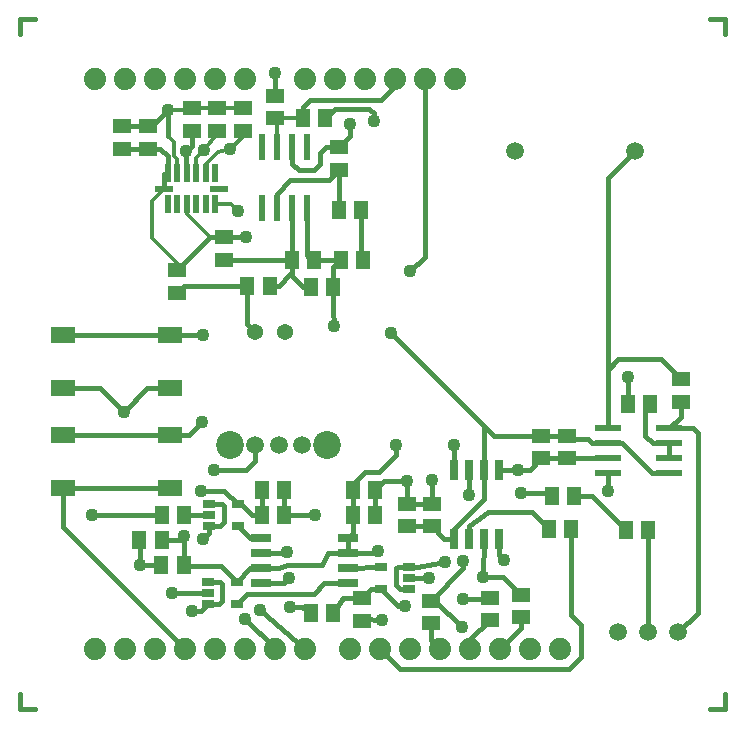
<source format=gtl>
G75*
G70*
%OFA0B0*%
%FSLAX25Y25*%
%IPPOS*%
%LPD*%
%AMOC8*
5,1,8,0,0,1.08239X$1,22.5*
%
%ADD10R,0.05118X0.05906*%
%ADD11R,0.05906X0.05118*%
%ADD12R,0.02362X0.08661*%
%ADD13C,0.07400*%
%ADD14R,0.02362X0.05906*%
%ADD15R,0.05906X0.02362*%
%ADD16R,0.03000X0.06500*%
%ADD17R,0.08661X0.02362*%
%ADD18R,0.06693X0.02559*%
%ADD19R,0.03937X0.02756*%
%ADD20C,0.05900*%
%ADD21C,0.05400*%
%ADD22R,0.08268X0.05512*%
%ADD23C,0.09300*%
%ADD24C,0.01600*%
%ADD25C,0.04362*%
%ADD26C,0.01200*%
D10*
X0068830Y0050014D03*
X0076310Y0050014D03*
X0068910Y0058214D03*
X0061430Y0058214D03*
X0068930Y0066514D03*
X0076410Y0066514D03*
X0102230Y0066614D03*
X0109710Y0066614D03*
X0109710Y0074814D03*
X0102230Y0074814D03*
X0132630Y0074814D03*
X0140110Y0074814D03*
X0140110Y0066414D03*
X0132630Y0066414D03*
X0126110Y0033814D03*
X0118630Y0033814D03*
X0198030Y0062014D03*
X0205510Y0062014D03*
X0206410Y0072814D03*
X0198930Y0072814D03*
X0223630Y0061714D03*
X0231110Y0061714D03*
X0231860Y0103514D03*
X0224380Y0103514D03*
X0136110Y0151614D03*
X0128630Y0151614D03*
X0119760Y0151614D03*
X0112280Y0151614D03*
X0118730Y0142714D03*
X0126210Y0142714D03*
X0105010Y0143014D03*
X0097530Y0143014D03*
X0127930Y0168314D03*
X0135410Y0168314D03*
X0123510Y0198814D03*
X0116030Y0198814D03*
D11*
X0106770Y0198874D03*
X0106770Y0206354D03*
X0095970Y0202154D03*
X0095970Y0194674D03*
X0087370Y0194674D03*
X0078970Y0194674D03*
X0078970Y0202154D03*
X0087370Y0202154D03*
X0064370Y0196154D03*
X0055770Y0196154D03*
X0055770Y0188674D03*
X0064370Y0188674D03*
X0089570Y0159104D03*
X0089570Y0151624D03*
X0073920Y0148104D03*
X0073920Y0140624D03*
X0128020Y0181624D03*
X0128020Y0189104D03*
X0241920Y0111854D03*
X0241920Y0104374D03*
X0203970Y0092954D03*
X0195520Y0092904D03*
X0195520Y0085424D03*
X0203970Y0085474D03*
X0158970Y0070354D03*
X0150570Y0070354D03*
X0150570Y0062874D03*
X0158970Y0062874D03*
X0188870Y0039954D03*
X0188870Y0032474D03*
X0178270Y0031574D03*
X0178270Y0039054D03*
X0158670Y0037954D03*
X0158670Y0030474D03*
X0135570Y0031274D03*
X0135570Y0038754D03*
D12*
X0117370Y0168728D03*
X0112370Y0168728D03*
X0107370Y0168728D03*
X0102370Y0168728D03*
X0102370Y0189200D03*
X0107370Y0189200D03*
X0112370Y0189200D03*
X0117370Y0189200D03*
D13*
X0116770Y0211814D03*
X0126770Y0211814D03*
X0136770Y0211814D03*
X0146770Y0211814D03*
X0156770Y0211814D03*
X0166770Y0211814D03*
X0096770Y0211814D03*
X0086770Y0211814D03*
X0076770Y0211814D03*
X0066770Y0211814D03*
X0056770Y0211814D03*
X0046770Y0211814D03*
X0046770Y0021814D03*
X0056770Y0021814D03*
X0066770Y0021814D03*
X0076770Y0021814D03*
X0086770Y0021814D03*
X0096770Y0021814D03*
X0106770Y0021814D03*
X0116770Y0021814D03*
X0131770Y0021814D03*
X0141770Y0021814D03*
X0151770Y0021814D03*
X0161770Y0021814D03*
X0171770Y0021814D03*
X0181770Y0021814D03*
X0191770Y0021814D03*
X0201770Y0021814D03*
D14*
X0086744Y0170196D03*
X0083594Y0170196D03*
X0080445Y0170196D03*
X0077295Y0170196D03*
X0074146Y0170196D03*
X0070996Y0170196D03*
X0070996Y0180432D03*
X0074146Y0180432D03*
X0077295Y0180432D03*
X0080445Y0180432D03*
X0083594Y0180432D03*
X0086744Y0180432D03*
D15*
X0087925Y0175314D03*
X0069815Y0175314D03*
D16*
X0166370Y0081664D03*
X0171370Y0081664D03*
X0176370Y0081664D03*
X0181370Y0081664D03*
X0181370Y0058664D03*
X0176370Y0058664D03*
X0171370Y0058664D03*
X0166370Y0058664D03*
D17*
X0217634Y0080514D03*
X0217634Y0085514D03*
X0217634Y0090514D03*
X0217634Y0095514D03*
X0238106Y0095514D03*
X0238106Y0090514D03*
X0238106Y0085514D03*
X0238106Y0080514D03*
D18*
X0130890Y0058764D03*
X0130890Y0053764D03*
X0130890Y0048764D03*
X0130890Y0043764D03*
X0102150Y0043764D03*
X0102150Y0048764D03*
X0102150Y0053764D03*
X0102150Y0058764D03*
D19*
X0094294Y0062774D03*
X0084846Y0062774D03*
X0084846Y0066514D03*
X0084846Y0070254D03*
X0094294Y0070254D03*
X0093894Y0044354D03*
X0084446Y0044354D03*
X0084446Y0040614D03*
X0084446Y0036874D03*
X0093894Y0036874D03*
X0142046Y0041874D03*
X0151494Y0041874D03*
X0151494Y0045614D03*
X0151494Y0049354D03*
X0142046Y0049354D03*
D20*
X0115870Y0090014D03*
X0107970Y0090014D03*
X0100070Y0090014D03*
X0221170Y0027414D03*
X0231170Y0027414D03*
X0241170Y0027414D03*
X0226670Y0187914D03*
X0186670Y0187914D03*
D21*
X0110070Y0127666D03*
X0100070Y0127666D03*
D22*
X0071783Y0126672D03*
X0071783Y0108956D03*
X0071883Y0093272D03*
X0071883Y0075556D03*
X0036057Y0075556D03*
X0036057Y0093272D03*
X0035957Y0108956D03*
X0035957Y0126672D03*
D23*
X0091770Y0090014D03*
X0124170Y0090014D03*
D24*
X0026770Y0001814D02*
X0021770Y0001814D01*
X0021770Y0006814D01*
X0072270Y0040614D02*
X0084446Y0040614D01*
X0084446Y0044354D02*
X0088330Y0044354D01*
X0089170Y0043514D01*
X0089170Y0037914D01*
X0088130Y0036874D01*
X0084446Y0036874D01*
X0082186Y0034614D01*
X0078970Y0034614D01*
X0093894Y0036874D02*
X0097335Y0040314D01*
X0119670Y0040314D01*
X0123120Y0043764D01*
X0130890Y0043764D01*
X0130890Y0048764D02*
X0142036Y0049364D01*
X0142046Y0049354D01*
X0140520Y0053764D02*
X0130890Y0053764D01*
X0124220Y0053764D01*
X0122370Y0049814D01*
X0110970Y0049814D01*
X0107820Y0048764D01*
X0102150Y0048764D01*
X0098304Y0048764D01*
X0093894Y0044354D01*
X0088635Y0049614D01*
X0076710Y0049614D01*
X0076310Y0050014D01*
X0076270Y0050054D01*
X0076270Y0059414D01*
X0075070Y0058214D01*
X0068910Y0058214D01*
X0076270Y0059414D02*
X0076327Y0059357D01*
X0082570Y0058414D02*
X0084846Y0060690D01*
X0084846Y0062774D01*
X0088330Y0062774D01*
X0089770Y0064214D01*
X0089770Y0069414D01*
X0088970Y0070214D01*
X0084886Y0070214D01*
X0084846Y0070254D01*
X0082070Y0074714D02*
X0089835Y0074714D01*
X0094294Y0070254D01*
X0094854Y0070814D01*
X0099054Y0066614D01*
X0102230Y0066614D01*
X0102230Y0074814D01*
X0109710Y0074814D02*
X0109710Y0066614D01*
X0120170Y0066614D01*
X0132356Y0066141D02*
X0132630Y0066414D01*
X0132630Y0060504D01*
X0130890Y0058764D01*
X0130890Y0053764D01*
X0140520Y0053764D02*
X0141170Y0054414D01*
X0147070Y0048814D02*
X0147610Y0049354D01*
X0151494Y0049354D01*
X0153910Y0049354D01*
X0163370Y0050814D01*
X0169470Y0051114D02*
X0169470Y0048754D01*
X0158670Y0037954D01*
X0160130Y0037954D01*
X0168970Y0029114D01*
X0171770Y0025074D02*
X0171770Y0021814D01*
X0171770Y0025074D02*
X0178270Y0031574D01*
X0177930Y0038714D02*
X0169470Y0038714D01*
X0177930Y0038714D02*
X0178270Y0039054D01*
X0176170Y0046014D02*
X0182810Y0046014D01*
X0188870Y0039954D01*
X0188870Y0032474D02*
X0188870Y0028914D01*
X0181770Y0021814D01*
X0161770Y0021814D02*
X0158670Y0024914D01*
X0158670Y0030474D01*
X0149970Y0036314D02*
X0147606Y0036314D01*
X0142046Y0041874D01*
X0138690Y0041874D01*
X0135570Y0038754D01*
X0129250Y0038754D01*
X0126110Y0033814D01*
X0118630Y0033814D02*
X0115630Y0035914D01*
X0111570Y0035914D01*
X0109820Y0043764D02*
X0102150Y0043764D01*
X0109820Y0043764D02*
X0111470Y0045414D01*
X0110220Y0053764D02*
X0102150Y0053764D01*
X0102150Y0058764D02*
X0098304Y0058764D01*
X0094294Y0062774D01*
X0084846Y0066514D02*
X0076410Y0066514D01*
X0068930Y0066514D02*
X0045670Y0066514D01*
X0036057Y0062528D02*
X0036057Y0075556D01*
X0071883Y0075556D01*
X0086470Y0081614D02*
X0097170Y0081614D01*
X0099970Y0084414D01*
X0099970Y0089888D01*
X0100070Y0090014D01*
X0082270Y0097514D02*
X0078028Y0093272D01*
X0071883Y0093272D01*
X0036057Y0093272D01*
X0048328Y0108956D02*
X0056270Y0101014D01*
X0064212Y0108956D01*
X0071783Y0108956D01*
X0071783Y0126672D02*
X0082728Y0126672D01*
X0082770Y0126714D01*
X0071783Y0126672D02*
X0035957Y0126672D01*
X0035957Y0108956D02*
X0048328Y0108956D01*
X0073920Y0140624D02*
X0076310Y0143014D01*
X0097530Y0143014D01*
X0097530Y0130206D01*
X0100070Y0127666D01*
X0105010Y0143014D02*
X0108070Y0143014D01*
X0111870Y0146814D01*
X0115970Y0142714D01*
X0118730Y0142714D01*
X0126210Y0142714D02*
X0126210Y0149194D01*
X0128630Y0151614D01*
X0119760Y0151614D01*
X0119646Y0151617D01*
X0119533Y0151625D01*
X0119420Y0151638D01*
X0119308Y0151657D01*
X0119197Y0151681D01*
X0119087Y0151711D01*
X0118978Y0151745D01*
X0118872Y0151785D01*
X0118767Y0151830D01*
X0118665Y0151880D01*
X0118565Y0151934D01*
X0118468Y0151993D01*
X0118374Y0152057D01*
X0118283Y0152125D01*
X0118195Y0152198D01*
X0118111Y0152274D01*
X0118030Y0152355D01*
X0117954Y0152439D01*
X0117881Y0152527D01*
X0117813Y0152618D01*
X0117749Y0152712D01*
X0117690Y0152809D01*
X0117636Y0152909D01*
X0117586Y0153011D01*
X0117541Y0153116D01*
X0117501Y0153222D01*
X0117467Y0153331D01*
X0117437Y0153441D01*
X0117413Y0153552D01*
X0117394Y0153664D01*
X0117381Y0153777D01*
X0117373Y0153890D01*
X0117370Y0154004D01*
X0117370Y0168728D01*
X0112370Y0168728D02*
X0112280Y0168638D01*
X0112280Y0151614D01*
X0112270Y0151604D01*
X0112270Y0147214D01*
X0111870Y0146814D01*
X0112280Y0151614D02*
X0112270Y0151624D01*
X0089570Y0151624D01*
X0089570Y0159104D02*
X0084920Y0159104D01*
X0073920Y0148104D01*
X0089570Y0159104D02*
X0096960Y0159104D01*
X0096970Y0159114D01*
X0107370Y0168728D02*
X0107370Y0173714D01*
X0111870Y0178214D01*
X0124610Y0178214D01*
X0128020Y0181624D01*
X0128020Y0168404D01*
X0127930Y0168314D01*
X0135410Y0168314D02*
X0135410Y0152314D01*
X0136110Y0151614D01*
X0126210Y0142714D02*
X0126210Y0135674D01*
X0126270Y0129414D01*
X0145370Y0127214D02*
X0176370Y0096214D01*
X0179680Y0092904D01*
X0195520Y0092904D01*
X0195570Y0092954D01*
X0203970Y0092954D01*
X0205110Y0091814D01*
X0210970Y0091814D01*
X0212270Y0090514D01*
X0217634Y0090514D01*
X0222470Y0090514D01*
X0232370Y0080614D01*
X0238006Y0080614D01*
X0238106Y0080514D01*
X0238106Y0085514D02*
X0238106Y0090514D01*
X0232670Y0090514D01*
X0230170Y0093014D01*
X0230170Y0101824D01*
X0231860Y0103514D01*
X0224380Y0103514D02*
X0224370Y0103524D01*
X0224370Y0112414D01*
X0222570Y0118414D02*
X0221034Y0118414D01*
X0217634Y0115014D01*
X0217634Y0178878D01*
X0226670Y0187914D01*
X0256770Y0226814D02*
X0256770Y0231814D01*
X0251770Y0231814D01*
X0156770Y0211814D02*
X0156770Y0152714D01*
X0151870Y0147814D01*
X0119770Y0181514D02*
X0114570Y0181514D01*
X0112370Y0183714D01*
X0112370Y0189200D01*
X0121870Y0187214D02*
X0121870Y0183614D01*
X0119770Y0181514D01*
X0121870Y0187214D02*
X0123770Y0189114D01*
X0128010Y0189114D01*
X0128020Y0189104D01*
X0131870Y0192954D01*
X0131870Y0196814D01*
X0126710Y0202014D02*
X0137970Y0202014D01*
X0139570Y0200414D01*
X0139570Y0198014D01*
X0142170Y0204814D02*
X0146770Y0209414D01*
X0146770Y0211814D01*
X0142170Y0204814D02*
X0118370Y0204814D01*
X0116030Y0202474D01*
X0116030Y0198814D01*
X0123510Y0198814D02*
X0126710Y0202014D01*
X0106770Y0206354D02*
X0106770Y0214014D01*
X0078970Y0194674D02*
X0078970Y0189614D01*
X0077170Y0187814D01*
X0077170Y0181557D01*
X0077295Y0180432D01*
X0070996Y0180432D02*
X0069815Y0180251D01*
X0069815Y0175314D01*
X0070996Y0180432D02*
X0070970Y0181458D01*
X0070970Y0186214D01*
X0068510Y0188674D01*
X0064370Y0188674D01*
X0055770Y0188674D01*
X0055770Y0196154D02*
X0064370Y0196154D01*
X0065810Y0196154D01*
X0071170Y0201514D01*
X0071170Y0192814D01*
X0071170Y0200557D02*
X0071170Y0201514D01*
X0026770Y0231814D02*
X0021770Y0231814D01*
X0021770Y0226814D01*
X0176370Y0096214D02*
X0176370Y0081664D01*
X0176370Y0072014D01*
X0172070Y0067714D01*
X0166370Y0062014D01*
X0166370Y0058664D01*
X0163180Y0058664D01*
X0158970Y0062874D01*
X0150570Y0062874D01*
X0140110Y0066414D02*
X0140110Y0074814D01*
X0143110Y0077814D01*
X0150570Y0077814D01*
X0150570Y0070354D01*
X0158970Y0070354D01*
X0158970Y0078214D01*
X0166370Y0081664D02*
X0166370Y0090014D01*
X0171370Y0081664D02*
X0171370Y0073114D01*
X0177870Y0067614D02*
X0171370Y0063014D01*
X0171370Y0058664D01*
X0166370Y0058664D02*
X0166220Y0058514D01*
X0176370Y0058664D02*
X0176170Y0046014D01*
X0182970Y0051614D02*
X0181370Y0053214D01*
X0181370Y0058664D01*
X0177870Y0067614D02*
X0192430Y0067614D01*
X0198030Y0062014D01*
X0205510Y0062014D02*
X0205510Y0033074D01*
X0208770Y0029814D01*
X0208770Y0019214D01*
X0204770Y0015214D01*
X0157570Y0015214D01*
X0148370Y0015214D01*
X0141770Y0021814D01*
X0142370Y0031614D02*
X0136110Y0031814D01*
X0135570Y0031274D01*
X0147170Y0043114D02*
X0148410Y0041874D01*
X0151494Y0041874D01*
X0147170Y0043114D02*
X0147170Y0048714D01*
X0147070Y0048814D01*
X0151494Y0045614D02*
X0157970Y0045614D01*
X0149970Y0036314D02*
X0149881Y0036225D01*
X0116770Y0021814D02*
X0101670Y0034814D01*
X0096670Y0031914D02*
X0106770Y0022114D01*
X0106770Y0021814D01*
X0076770Y0021814D02*
X0036057Y0062528D01*
X0061430Y0058214D02*
X0061570Y0058214D01*
X0061570Y0050014D01*
X0068830Y0050014D01*
X0110220Y0053764D02*
X0110570Y0054114D01*
X0132630Y0066414D02*
X0132630Y0074814D01*
X0132630Y0076874D01*
X0136570Y0080814D01*
X0141270Y0080814D01*
X0146970Y0086514D01*
X0146970Y0090014D01*
X0181370Y0081664D02*
X0187770Y0081664D01*
X0187770Y0081714D01*
X0191810Y0081714D01*
X0195520Y0085424D01*
X0203920Y0085424D01*
X0203970Y0085474D01*
X0204010Y0085514D01*
X0217634Y0085514D01*
X0217634Y0080514D02*
X0217734Y0080414D01*
X0217570Y0074414D01*
X0212530Y0072814D02*
X0206410Y0072814D01*
X0212530Y0072814D02*
X0223630Y0061714D01*
X0231110Y0061714D02*
X0231110Y0027474D01*
X0231170Y0027414D01*
X0241170Y0027414D02*
X0247570Y0033814D01*
X0247570Y0094014D01*
X0246070Y0095514D01*
X0238106Y0095514D01*
X0241920Y0099328D01*
X0241920Y0104374D01*
X0241920Y0111854D02*
X0235360Y0118414D01*
X0222570Y0118414D01*
X0217634Y0115014D02*
X0217634Y0095514D01*
X0197730Y0074014D02*
X0188770Y0074014D01*
X0197730Y0074014D02*
X0198930Y0072814D01*
X0256770Y0006814D02*
X0256770Y0001814D01*
X0251770Y0001814D01*
D25*
X0182970Y0051614D03*
X0176170Y0046014D03*
X0169470Y0051114D03*
X0163370Y0050814D03*
X0157970Y0045614D03*
X0149970Y0036314D03*
X0142370Y0031614D03*
X0168970Y0029114D03*
X0169470Y0038714D03*
X0141170Y0054414D03*
X0120170Y0066614D03*
X0110570Y0054114D03*
X0111470Y0045414D03*
X0111570Y0035914D03*
X0101670Y0034814D03*
X0096670Y0031914D03*
X0078970Y0034614D03*
X0072270Y0040614D03*
X0061570Y0050014D03*
X0076270Y0059414D03*
X0082570Y0058414D03*
X0082070Y0074714D03*
X0086470Y0081614D03*
X0082270Y0097514D03*
X0056270Y0101014D03*
X0082770Y0126714D03*
X0126270Y0129414D03*
X0145370Y0127214D03*
X0151870Y0147814D03*
X0096970Y0159114D03*
X0094370Y0168014D03*
X0091770Y0188414D03*
X0082970Y0188214D03*
X0077170Y0187814D03*
X0071170Y0201514D03*
X0106770Y0214014D03*
X0131870Y0196814D03*
X0139570Y0198014D03*
X0224370Y0112414D03*
X0187770Y0081714D03*
X0188770Y0074014D03*
X0171370Y0073114D03*
X0158970Y0078214D03*
X0150570Y0077814D03*
X0146970Y0090014D03*
X0166370Y0090014D03*
X0217570Y0074414D03*
X0045670Y0066514D03*
D26*
X0073920Y0148104D02*
X0073920Y0150464D01*
X0065570Y0158814D01*
X0065570Y0171069D01*
X0069815Y0175314D01*
X0074146Y0180432D02*
X0074146Y0185239D01*
X0073170Y0186214D01*
X0073170Y0190814D01*
X0071170Y0192814D01*
X0080445Y0185489D02*
X0082970Y0188214D01*
X0087370Y0193414D01*
X0087370Y0194674D01*
X0087770Y0187614D02*
X0091770Y0188414D01*
X0095970Y0192614D01*
X0095970Y0194674D01*
X0095970Y0202154D02*
X0087370Y0202154D01*
X0078970Y0202154D01*
X0078330Y0201514D01*
X0071170Y0201514D01*
X0087770Y0187614D02*
X0083594Y0183439D01*
X0083594Y0180432D01*
X0080445Y0180432D02*
X0080445Y0185489D01*
X0077295Y0170196D02*
X0077295Y0166729D01*
X0084920Y0159104D01*
X0094370Y0168014D02*
X0092188Y0170196D01*
X0086744Y0170196D01*
X0107370Y0189200D02*
X0107370Y0198274D01*
X0106770Y0198874D01*
X0106830Y0198814D01*
X0116030Y0198814D01*
M02*

</source>
